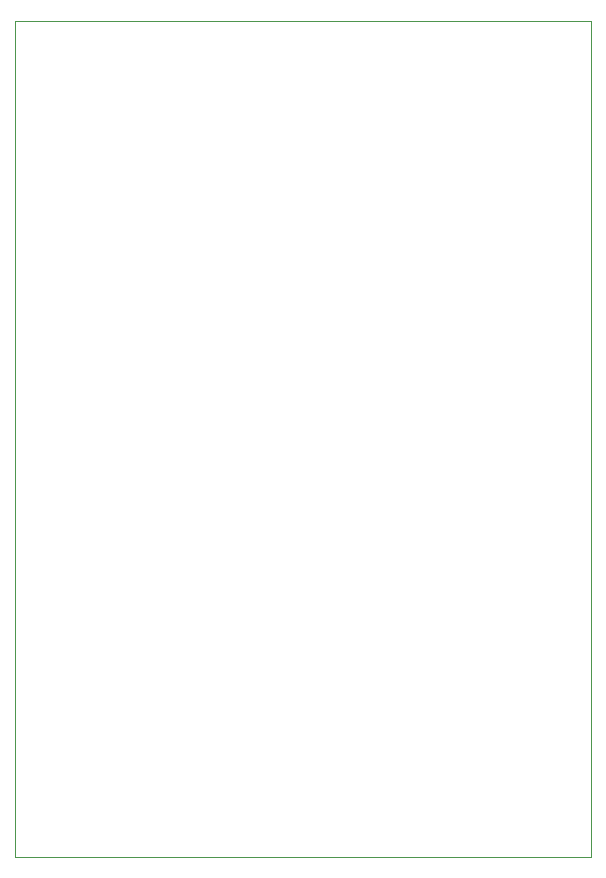
<source format=gbr>
G04 #@! TF.GenerationSoftware,KiCad,Pcbnew,(5.1.0)-1*
G04 #@! TF.CreationDate,2020-01-26T20:33:10+01:00*
G04 #@! TF.ProjectId,Huge7SegDisplay,48756765-3753-4656-9744-6973706c6179,rev?*
G04 #@! TF.SameCoordinates,Original*
G04 #@! TF.FileFunction,Profile,NP*
%FSLAX46Y46*%
G04 Gerber Fmt 4.6, Leading zero omitted, Abs format (unit mm)*
G04 Created by KiCad (PCBNEW (5.1.0)-1) date 2020-01-26 20:33:10*
%MOMM*%
%LPD*%
G04 APERTURE LIST*
%ADD10C,0.050000*%
G04 APERTURE END LIST*
D10*
X125984000Y-132334000D02*
X77216000Y-132334000D01*
X126047500Y-61531500D02*
X125984000Y-132334000D01*
X77216000Y-61531500D02*
X126047500Y-61531500D01*
X77216000Y-132334000D02*
X77216000Y-61531500D01*
M02*

</source>
